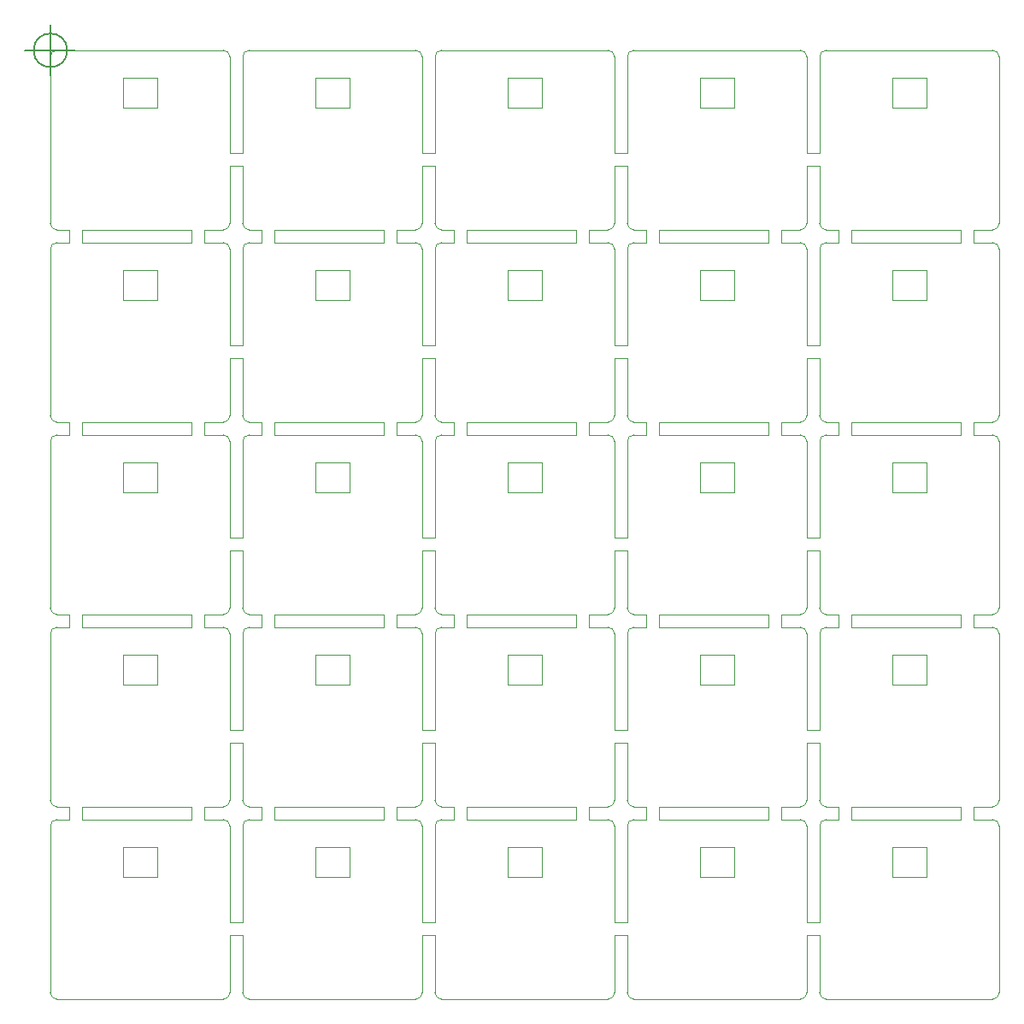
<source format=gm1>
G04 #@! TF.GenerationSoftware,KiCad,Pcbnew,5.1.5+dfsg1-2build2*
G04 #@! TF.CreationDate,2021-01-11T18:30:26+09:00*
G04 #@! TF.ProjectId,suxen,73757865-6e2e-46b6-9963-61645f706362,rev?*
G04 #@! TF.SameCoordinates,Original*
G04 #@! TF.FileFunction,Profile,NP*
%FSLAX46Y46*%
G04 Gerber Fmt 4.6, Leading zero omitted, Abs format (unit mm)*
G04 Created by KiCad (PCBNEW 5.1.5+dfsg1-2build2) date 2021-01-11 18:30:26*
%MOMM*%
%LPD*%
G04 APERTURE LIST*
%ADD10C,0.100000*%
%ADD11C,0.150000*%
%ADD12C,0.120000*%
G04 APERTURE END LIST*
D10*
X155702000Y-101727000D02*
X155702000Y-102997000D01*
X136652000Y-101727000D02*
X136652000Y-102997000D01*
X117602000Y-101727000D02*
X117602000Y-102997000D01*
X98552000Y-101727000D02*
X98552000Y-102997000D01*
X79502000Y-101727000D02*
X79502000Y-102997000D01*
X155702000Y-82677000D02*
X155702000Y-83947000D01*
X136652000Y-82677000D02*
X136652000Y-83947000D01*
X117602000Y-82677000D02*
X117602000Y-83947000D01*
X98552000Y-82677000D02*
X98552000Y-83947000D01*
X79502000Y-82677000D02*
X79502000Y-83947000D01*
X155702000Y-63627000D02*
X155702000Y-64897000D01*
X136652000Y-63627000D02*
X136652000Y-64897000D01*
X117602000Y-63627000D02*
X117602000Y-64897000D01*
X98552000Y-63627000D02*
X98552000Y-64897000D01*
X79502000Y-63627000D02*
X79502000Y-64897000D01*
X155702000Y-44577000D02*
X155702000Y-45847000D01*
X136652000Y-44577000D02*
X136652000Y-45847000D01*
X117602000Y-44577000D02*
X117602000Y-45847000D01*
X98552000Y-44577000D02*
X98552000Y-45847000D01*
X156972000Y-101727000D02*
X156972000Y-102997000D01*
X137922000Y-101727000D02*
X137922000Y-102997000D01*
X118872000Y-101727000D02*
X118872000Y-102997000D01*
X99822000Y-101727000D02*
X99822000Y-102997000D01*
X80772000Y-101727000D02*
X80772000Y-102997000D01*
X156972000Y-82677000D02*
X156972000Y-83947000D01*
X137922000Y-82677000D02*
X137922000Y-83947000D01*
X118872000Y-82677000D02*
X118872000Y-83947000D01*
X99822000Y-82677000D02*
X99822000Y-83947000D01*
X80772000Y-82677000D02*
X80772000Y-83947000D01*
X156972000Y-63627000D02*
X156972000Y-64897000D01*
X137922000Y-63627000D02*
X137922000Y-64897000D01*
X118872000Y-63627000D02*
X118872000Y-64897000D01*
X99822000Y-63627000D02*
X99822000Y-64897000D01*
X80772000Y-63627000D02*
X80772000Y-64897000D01*
X156972000Y-44577000D02*
X156972000Y-45847000D01*
X137922000Y-44577000D02*
X137922000Y-45847000D01*
X118872000Y-44577000D02*
X118872000Y-45847000D01*
X99822000Y-44577000D02*
X99822000Y-45847000D01*
X155702000Y-101727000D02*
X144907000Y-101727000D01*
X136652000Y-101727000D02*
X125857000Y-101727000D01*
X117602000Y-101727000D02*
X106807000Y-101727000D01*
X98552000Y-101727000D02*
X87757000Y-101727000D01*
X79502000Y-101727000D02*
X68707000Y-101727000D01*
X155702000Y-82677000D02*
X144907000Y-82677000D01*
X136652000Y-82677000D02*
X125857000Y-82677000D01*
X117602000Y-82677000D02*
X106807000Y-82677000D01*
X98552000Y-82677000D02*
X87757000Y-82677000D01*
X79502000Y-82677000D02*
X68707000Y-82677000D01*
X155702000Y-63627000D02*
X144907000Y-63627000D01*
X136652000Y-63627000D02*
X125857000Y-63627000D01*
X117602000Y-63627000D02*
X106807000Y-63627000D01*
X98552000Y-63627000D02*
X87757000Y-63627000D01*
X79502000Y-63627000D02*
X68707000Y-63627000D01*
X155702000Y-44577000D02*
X144907000Y-44577000D01*
X136652000Y-44577000D02*
X125857000Y-44577000D01*
X117602000Y-44577000D02*
X106807000Y-44577000D01*
X98552000Y-44577000D02*
X87757000Y-44577000D01*
X144907000Y-101727000D02*
X144907000Y-102997000D01*
X125857000Y-101727000D02*
X125857000Y-102997000D01*
X106807000Y-101727000D02*
X106807000Y-102997000D01*
X87757000Y-101727000D02*
X87757000Y-102997000D01*
X68707000Y-101727000D02*
X68707000Y-102997000D01*
X144907000Y-82677000D02*
X144907000Y-83947000D01*
X125857000Y-82677000D02*
X125857000Y-83947000D01*
X106807000Y-82677000D02*
X106807000Y-83947000D01*
X87757000Y-82677000D02*
X87757000Y-83947000D01*
X68707000Y-82677000D02*
X68707000Y-83947000D01*
X144907000Y-63627000D02*
X144907000Y-64897000D01*
X125857000Y-63627000D02*
X125857000Y-64897000D01*
X106807000Y-63627000D02*
X106807000Y-64897000D01*
X87757000Y-63627000D02*
X87757000Y-64897000D01*
X68707000Y-63627000D02*
X68707000Y-64897000D01*
X144907000Y-44577000D02*
X144907000Y-45847000D01*
X125857000Y-44577000D02*
X125857000Y-45847000D01*
X106807000Y-44577000D02*
X106807000Y-45847000D01*
X87757000Y-44577000D02*
X87757000Y-45847000D01*
X144907000Y-102997000D02*
X155702000Y-102997000D01*
X125857000Y-102997000D02*
X136652000Y-102997000D01*
X106807000Y-102997000D02*
X117602000Y-102997000D01*
X87757000Y-102997000D02*
X98552000Y-102997000D01*
X68707000Y-102997000D02*
X79502000Y-102997000D01*
X144907000Y-83947000D02*
X155702000Y-83947000D01*
X125857000Y-83947000D02*
X136652000Y-83947000D01*
X106807000Y-83947000D02*
X117602000Y-83947000D01*
X87757000Y-83947000D02*
X98552000Y-83947000D01*
X68707000Y-83947000D02*
X79502000Y-83947000D01*
X144907000Y-64897000D02*
X155702000Y-64897000D01*
X125857000Y-64897000D02*
X136652000Y-64897000D01*
X106807000Y-64897000D02*
X117602000Y-64897000D01*
X87757000Y-64897000D02*
X98552000Y-64897000D01*
X68707000Y-64897000D02*
X79502000Y-64897000D01*
X144907000Y-45847000D02*
X155702000Y-45847000D01*
X125857000Y-45847000D02*
X136652000Y-45847000D01*
X106807000Y-45847000D02*
X117602000Y-45847000D01*
X87757000Y-45847000D02*
X98552000Y-45847000D01*
X143637000Y-101727000D02*
X143637000Y-102997000D01*
X124587000Y-101727000D02*
X124587000Y-102997000D01*
X105537000Y-101727000D02*
X105537000Y-102997000D01*
X86487000Y-101727000D02*
X86487000Y-102997000D01*
X67437000Y-101727000D02*
X67437000Y-102997000D01*
X143637000Y-82677000D02*
X143637000Y-83947000D01*
X124587000Y-82677000D02*
X124587000Y-83947000D01*
X105537000Y-82677000D02*
X105537000Y-83947000D01*
X86487000Y-82677000D02*
X86487000Y-83947000D01*
X67437000Y-82677000D02*
X67437000Y-83947000D01*
X143637000Y-63627000D02*
X143637000Y-64897000D01*
X124587000Y-63627000D02*
X124587000Y-64897000D01*
X105537000Y-63627000D02*
X105537000Y-64897000D01*
X86487000Y-63627000D02*
X86487000Y-64897000D01*
X67437000Y-63627000D02*
X67437000Y-64897000D01*
X143637000Y-44577000D02*
X143637000Y-45847000D01*
X124587000Y-44577000D02*
X124587000Y-45847000D01*
X105537000Y-44577000D02*
X105537000Y-45847000D01*
X86487000Y-44577000D02*
X86487000Y-45847000D01*
X140462000Y-113157000D02*
X141732000Y-113157000D01*
X121412000Y-113157000D02*
X122682000Y-113157000D01*
X102362000Y-113157000D02*
X103632000Y-113157000D01*
X83312000Y-113157000D02*
X84582000Y-113157000D01*
X140462000Y-94107000D02*
X141732000Y-94107000D01*
X121412000Y-94107000D02*
X122682000Y-94107000D01*
X102362000Y-94107000D02*
X103632000Y-94107000D01*
X83312000Y-94107000D02*
X84582000Y-94107000D01*
X140462000Y-75057000D02*
X141732000Y-75057000D01*
X121412000Y-75057000D02*
X122682000Y-75057000D01*
X102362000Y-75057000D02*
X103632000Y-75057000D01*
X83312000Y-75057000D02*
X84582000Y-75057000D01*
X140462000Y-56007000D02*
X141732000Y-56007000D01*
X121412000Y-56007000D02*
X122682000Y-56007000D01*
X102362000Y-56007000D02*
X103632000Y-56007000D01*
X83312000Y-56007000D02*
X84582000Y-56007000D01*
X140462000Y-36957000D02*
X141732000Y-36957000D01*
X121412000Y-36957000D02*
X122682000Y-36957000D01*
X102362000Y-36957000D02*
X103632000Y-36957000D01*
X140462000Y-114427000D02*
X141732000Y-114427000D01*
X121412000Y-114427000D02*
X122682000Y-114427000D01*
X102362000Y-114427000D02*
X103632000Y-114427000D01*
X83312000Y-114427000D02*
X84582000Y-114427000D01*
X140462000Y-95377000D02*
X141732000Y-95377000D01*
X121412000Y-95377000D02*
X122682000Y-95377000D01*
X102362000Y-95377000D02*
X103632000Y-95377000D01*
X83312000Y-95377000D02*
X84582000Y-95377000D01*
X140462000Y-76327000D02*
X141732000Y-76327000D01*
X121412000Y-76327000D02*
X122682000Y-76327000D01*
X102362000Y-76327000D02*
X103632000Y-76327000D01*
X83312000Y-76327000D02*
X84582000Y-76327000D01*
X140462000Y-57277000D02*
X141732000Y-57277000D01*
X121412000Y-57277000D02*
X122682000Y-57277000D01*
X102362000Y-57277000D02*
X103632000Y-57277000D01*
X83312000Y-57277000D02*
X84582000Y-57277000D01*
X140462000Y-38227000D02*
X141732000Y-38227000D01*
X121412000Y-38227000D02*
X122682000Y-38227000D01*
X102362000Y-38227000D02*
X103632000Y-38227000D01*
X83312000Y-103632000D02*
X83312000Y-113157000D01*
X83312000Y-114427000D02*
X83312000Y-120142000D01*
X84582000Y-114427000D02*
X84582000Y-120142000D01*
X84582000Y-113157000D02*
X84582000Y-103632000D01*
X140462000Y-38227000D02*
X140462000Y-43942000D01*
X141732000Y-38227000D02*
X141732000Y-43942000D01*
X140462000Y-27432000D02*
X140462000Y-36957000D01*
X141732000Y-36957000D02*
X141732000Y-27432000D01*
X140462000Y-46482000D02*
X140462000Y-56007000D01*
X140462000Y-57277000D02*
X140462000Y-62992000D01*
X140462000Y-76327000D02*
X140462000Y-82042000D01*
X141732000Y-57277000D02*
X141732000Y-62992000D01*
X141732000Y-76327000D02*
X141732000Y-82042000D01*
X140462000Y-65532000D02*
X140462000Y-75057000D01*
X141732000Y-56007000D02*
X141732000Y-46482000D01*
X141732000Y-75057000D02*
X141732000Y-65532000D01*
X140462000Y-84582000D02*
X140462000Y-94107000D01*
X140462000Y-95377000D02*
X140462000Y-101092000D01*
X140462000Y-114427000D02*
X140462000Y-120142000D01*
X141732000Y-95377000D02*
X141732000Y-101092000D01*
X141732000Y-114427000D02*
X141732000Y-120142000D01*
X140462000Y-103632000D02*
X140462000Y-113157000D01*
X141732000Y-94107000D02*
X141732000Y-84582000D01*
X141732000Y-113157000D02*
X141732000Y-103632000D01*
X121412000Y-103632000D02*
X121412000Y-113157000D01*
X121412000Y-114427000D02*
X121412000Y-120142000D01*
X122682000Y-114427000D02*
X122682000Y-120142000D01*
X122682000Y-113157000D02*
X122682000Y-103632000D01*
X121412000Y-65532000D02*
X121412000Y-75057000D01*
X121412000Y-76327000D02*
X121412000Y-82042000D01*
X121412000Y-95377000D02*
X121412000Y-101092000D01*
X122682000Y-76327000D02*
X122682000Y-82042000D01*
X122682000Y-95377000D02*
X122682000Y-101092000D01*
X121412000Y-84582000D02*
X121412000Y-94107000D01*
X122682000Y-75057000D02*
X122682000Y-65532000D01*
X122682000Y-94107000D02*
X122682000Y-84582000D01*
X121412000Y-27432000D02*
X121412000Y-36957000D01*
X121412000Y-38227000D02*
X121412000Y-43942000D01*
X121412000Y-57277000D02*
X121412000Y-62992000D01*
X122682000Y-38227000D02*
X122682000Y-43942000D01*
X122682000Y-57277000D02*
X122682000Y-62992000D01*
X121412000Y-46482000D02*
X121412000Y-56007000D01*
X122682000Y-36957000D02*
X122682000Y-27432000D01*
X122682000Y-56007000D02*
X122682000Y-46482000D01*
X102362000Y-84582000D02*
X102362000Y-94107000D01*
X102362000Y-95377000D02*
X102362000Y-101092000D01*
X102362000Y-114427000D02*
X102362000Y-120142000D01*
X103632000Y-95377000D02*
X103632000Y-101092000D01*
X103632000Y-114427000D02*
X103632000Y-120142000D01*
X102362000Y-103632000D02*
X102362000Y-113157000D01*
X103632000Y-94107000D02*
X103632000Y-84582000D01*
X103632000Y-113157000D02*
X103632000Y-103632000D01*
X102362000Y-46482000D02*
X102362000Y-56007000D01*
X102362000Y-57277000D02*
X102362000Y-62992000D01*
X102362000Y-76327000D02*
X102362000Y-82042000D01*
X103632000Y-57277000D02*
X103632000Y-62992000D01*
X103632000Y-76327000D02*
X103632000Y-82042000D01*
X102362000Y-65532000D02*
X102362000Y-75057000D01*
X103632000Y-56007000D02*
X103632000Y-46482000D01*
X103632000Y-75057000D02*
X103632000Y-65532000D01*
X102362000Y-38227000D02*
X102362000Y-43942000D01*
X103632000Y-38227000D02*
X103632000Y-43942000D01*
X102362000Y-27432000D02*
X102362000Y-36957000D01*
X103632000Y-36957000D02*
X103632000Y-27432000D01*
X83312000Y-65532000D02*
X83312000Y-75057000D01*
X83312000Y-76327000D02*
X83312000Y-82042000D01*
X83312000Y-95377000D02*
X83312000Y-101092000D01*
X84582000Y-76327000D02*
X84582000Y-82042000D01*
X84582000Y-95377000D02*
X84582000Y-101092000D01*
X83312000Y-84582000D02*
X83312000Y-94107000D01*
X84582000Y-75057000D02*
X84582000Y-65532000D01*
X84582000Y-94107000D02*
X84582000Y-84582000D01*
X124587000Y-101727000D02*
X123317000Y-101727000D01*
X86487000Y-101727000D02*
X85217000Y-101727000D01*
X139827000Y-101727000D02*
X137922000Y-101727000D01*
X137922000Y-102997000D02*
X139827000Y-102997000D01*
X105537000Y-101727000D02*
X104267000Y-101727000D01*
X101727000Y-101727000D02*
X99822000Y-101727000D01*
X120777000Y-101727000D02*
X118872000Y-101727000D01*
X124587000Y-102997000D02*
X123317000Y-102997000D01*
X118872000Y-102997000D02*
X120777000Y-102997000D01*
X143637000Y-102997000D02*
X142367000Y-102997000D01*
X105537000Y-102997000D02*
X104267000Y-102997000D01*
X143637000Y-101727000D02*
X142367000Y-101727000D01*
X156972000Y-102997000D02*
X158877000Y-102997000D01*
X158877000Y-101727000D02*
X156972000Y-101727000D01*
X86487000Y-102997000D02*
X85217000Y-102997000D01*
X82677000Y-101727000D02*
X80772000Y-101727000D01*
X67437000Y-101727000D02*
X66167000Y-101727000D01*
X80772000Y-102997000D02*
X82677000Y-102997000D01*
X67437000Y-102997000D02*
X66167000Y-102997000D01*
X99822000Y-102997000D02*
X101727000Y-102997000D01*
X124587000Y-82677000D02*
X123317000Y-82677000D01*
X86487000Y-82677000D02*
X85217000Y-82677000D01*
X139827000Y-82677000D02*
X137922000Y-82677000D01*
X137922000Y-83947000D02*
X139827000Y-83947000D01*
X105537000Y-82677000D02*
X104267000Y-82677000D01*
X101727000Y-82677000D02*
X99822000Y-82677000D01*
X120777000Y-82677000D02*
X118872000Y-82677000D01*
X124587000Y-83947000D02*
X123317000Y-83947000D01*
X118872000Y-83947000D02*
X120777000Y-83947000D01*
X143637000Y-83947000D02*
X142367000Y-83947000D01*
X105537000Y-83947000D02*
X104267000Y-83947000D01*
X143637000Y-82677000D02*
X142367000Y-82677000D01*
X156972000Y-83947000D02*
X158877000Y-83947000D01*
X158877000Y-82677000D02*
X156972000Y-82677000D01*
X86487000Y-83947000D02*
X85217000Y-83947000D01*
X82677000Y-82677000D02*
X80772000Y-82677000D01*
X67437000Y-82677000D02*
X66167000Y-82677000D01*
X80772000Y-83947000D02*
X82677000Y-83947000D01*
X67437000Y-83947000D02*
X66167000Y-83947000D01*
X99822000Y-83947000D02*
X101727000Y-83947000D01*
X141732000Y-84582000D02*
G75*
G02X142367000Y-83947000I635000J0D01*
G01*
X122682000Y-84582000D02*
G75*
G02X123317000Y-83947000I635000J0D01*
G01*
X103632000Y-84582000D02*
G75*
G02X104267000Y-83947000I635000J0D01*
G01*
X84582000Y-84582000D02*
G75*
G02X85217000Y-83947000I635000J0D01*
G01*
X65532000Y-84582000D02*
G75*
G02X66167000Y-83947000I635000J0D01*
G01*
X142367000Y-82677000D02*
G75*
G02X141732000Y-82042000I0J635000D01*
G01*
X123317000Y-82677000D02*
G75*
G02X122682000Y-82042000I0J635000D01*
G01*
X104267000Y-82677000D02*
G75*
G02X103632000Y-82042000I0J635000D01*
G01*
X85217000Y-82677000D02*
G75*
G02X84582000Y-82042000I0J635000D01*
G01*
X66167000Y-82677000D02*
G75*
G02X65532000Y-82042000I0J635000D01*
G01*
X158877000Y-83947000D02*
G75*
G02X159512000Y-84582000I0J-635000D01*
G01*
X139827000Y-83947000D02*
G75*
G02X140462000Y-84582000I0J-635000D01*
G01*
X120777000Y-83947000D02*
G75*
G02X121412000Y-84582000I0J-635000D01*
G01*
X101727000Y-83947000D02*
G75*
G02X102362000Y-84582000I0J-635000D01*
G01*
X82677000Y-83947000D02*
G75*
G02X83312000Y-84582000I0J-635000D01*
G01*
X159512000Y-82042000D02*
G75*
G02X158877000Y-82677000I-635000J0D01*
G01*
X140462000Y-82042000D02*
G75*
G02X139827000Y-82677000I-635000J0D01*
G01*
X121412000Y-82042000D02*
G75*
G02X120777000Y-82677000I-635000J0D01*
G01*
X102362000Y-82042000D02*
G75*
G02X101727000Y-82677000I-635000J0D01*
G01*
X83312000Y-82042000D02*
G75*
G02X82677000Y-82677000I-635000J0D01*
G01*
X124587000Y-63627000D02*
X123317000Y-63627000D01*
X86487000Y-63627000D02*
X85217000Y-63627000D01*
X139827000Y-63627000D02*
X137922000Y-63627000D01*
X137922000Y-64897000D02*
X139827000Y-64897000D01*
X105537000Y-63627000D02*
X104267000Y-63627000D01*
X101727000Y-63627000D02*
X99822000Y-63627000D01*
X120777000Y-63627000D02*
X118872000Y-63627000D01*
X124587000Y-64897000D02*
X123317000Y-64897000D01*
X118872000Y-64897000D02*
X120777000Y-64897000D01*
X143637000Y-64897000D02*
X142367000Y-64897000D01*
X105537000Y-64897000D02*
X104267000Y-64897000D01*
X143637000Y-63627000D02*
X142367000Y-63627000D01*
X156972000Y-64897000D02*
X158877000Y-64897000D01*
X158877000Y-63627000D02*
X156972000Y-63627000D01*
X86487000Y-64897000D02*
X85217000Y-64897000D01*
X82677000Y-63627000D02*
X80772000Y-63627000D01*
X67437000Y-63627000D02*
X66167000Y-63627000D01*
X80772000Y-64897000D02*
X82677000Y-64897000D01*
X67437000Y-64897000D02*
X66167000Y-64897000D01*
X99822000Y-64897000D02*
X101727000Y-64897000D01*
X158877000Y-44577000D02*
X156972000Y-44577000D01*
X143637000Y-44577000D02*
X142367000Y-44577000D01*
X156972000Y-45847000D02*
X158877000Y-45847000D01*
X143637000Y-45847000D02*
X142367000Y-45847000D01*
X139827000Y-44577000D02*
X137922000Y-44577000D01*
X124587000Y-44577000D02*
X123317000Y-44577000D01*
X137922000Y-45847000D02*
X139827000Y-45847000D01*
X124587000Y-45847000D02*
X123317000Y-45847000D01*
X120777000Y-44577000D02*
X118872000Y-44577000D01*
X105537000Y-44577000D02*
X104267000Y-44577000D01*
X118872000Y-45847000D02*
X120777000Y-45847000D01*
X105537000Y-45847000D02*
X104267000Y-45847000D01*
X101727000Y-44577000D02*
X99822000Y-44577000D01*
X86487000Y-44577000D02*
X85217000Y-44577000D01*
X99822000Y-45847000D02*
X101727000Y-45847000D01*
X86487000Y-45847000D02*
X85217000Y-45847000D01*
X67437000Y-44577000D02*
X67437000Y-45847000D01*
X68707000Y-45847000D02*
X79502000Y-45847000D01*
X68707000Y-44577000D02*
X68707000Y-45847000D01*
X79502000Y-44577000D02*
X68707000Y-44577000D01*
X80772000Y-44577000D02*
X80772000Y-45847000D01*
X79502000Y-44577000D02*
X79502000Y-45847000D01*
X83312000Y-38227000D02*
X84582000Y-38227000D01*
X83312000Y-36957000D02*
X84582000Y-36957000D01*
X158877000Y-120777000D02*
X142367000Y-120777000D01*
X139827000Y-120777000D02*
X123317000Y-120777000D01*
X120777000Y-120777000D02*
X104267000Y-120777000D01*
X101727000Y-120777000D02*
X85217000Y-120777000D01*
X82677000Y-120777000D02*
X66167000Y-120777000D01*
X65532000Y-120142000D02*
X65532000Y-103632000D01*
X65532000Y-101092000D02*
X65532000Y-84582000D01*
X65532000Y-82042000D02*
X65532000Y-65532000D01*
X84582000Y-56007000D02*
X84582000Y-46482000D01*
X65532000Y-62992000D02*
X65532000Y-46482000D01*
X84582000Y-36957000D02*
X84582000Y-27432000D01*
X141732000Y-103632000D02*
G75*
G02X142367000Y-102997000I635000J0D01*
G01*
X122682000Y-103632000D02*
G75*
G02X123317000Y-102997000I635000J0D01*
G01*
X103632000Y-103632000D02*
G75*
G02X104267000Y-102997000I635000J0D01*
G01*
X84582000Y-103632000D02*
G75*
G02X85217000Y-102997000I635000J0D01*
G01*
X65532000Y-103632000D02*
G75*
G02X66167000Y-102997000I635000J0D01*
G01*
X141732000Y-65532000D02*
G75*
G02X142367000Y-64897000I635000J0D01*
G01*
X122682000Y-65532000D02*
G75*
G02X123317000Y-64897000I635000J0D01*
G01*
X103632000Y-65532000D02*
G75*
G02X104267000Y-64897000I635000J0D01*
G01*
X84582000Y-65532000D02*
G75*
G02X85217000Y-64897000I635000J0D01*
G01*
X65532000Y-65532000D02*
G75*
G02X66167000Y-64897000I635000J0D01*
G01*
X141732000Y-46482000D02*
G75*
G02X142367000Y-45847000I635000J0D01*
G01*
X122682000Y-46482000D02*
G75*
G02X123317000Y-45847000I635000J0D01*
G01*
X103632000Y-46482000D02*
G75*
G02X104267000Y-45847000I635000J0D01*
G01*
X84582000Y-46482000D02*
G75*
G02X85217000Y-45847000I635000J0D01*
G01*
X65532000Y-46482000D02*
G75*
G02X66167000Y-45847000I635000J0D01*
G01*
X141732000Y-27432000D02*
G75*
G02X142367000Y-26797000I635000J0D01*
G01*
X122682000Y-27432000D02*
G75*
G02X123317000Y-26797000I635000J0D01*
G01*
X103632000Y-27432000D02*
G75*
G02X104267000Y-26797000I635000J0D01*
G01*
X84582000Y-27432000D02*
G75*
G02X85217000Y-26797000I635000J0D01*
G01*
X142367000Y-120777000D02*
G75*
G02X141732000Y-120142000I0J635000D01*
G01*
X123317000Y-120777000D02*
G75*
G02X122682000Y-120142000I0J635000D01*
G01*
X104267000Y-120777000D02*
G75*
G02X103632000Y-120142000I0J635000D01*
G01*
X85217000Y-120777000D02*
G75*
G02X84582000Y-120142000I0J635000D01*
G01*
X66167000Y-120777000D02*
G75*
G02X65532000Y-120142000I0J635000D01*
G01*
X142367000Y-101727000D02*
G75*
G02X141732000Y-101092000I0J635000D01*
G01*
X123317000Y-101727000D02*
G75*
G02X122682000Y-101092000I0J635000D01*
G01*
X104267000Y-101727000D02*
G75*
G02X103632000Y-101092000I0J635000D01*
G01*
X85217000Y-101727000D02*
G75*
G02X84582000Y-101092000I0J635000D01*
G01*
X66167000Y-101727000D02*
G75*
G02X65532000Y-101092000I0J635000D01*
G01*
X142367000Y-63627000D02*
G75*
G02X141732000Y-62992000I0J635000D01*
G01*
X123317000Y-63627000D02*
G75*
G02X122682000Y-62992000I0J635000D01*
G01*
X104267000Y-63627000D02*
G75*
G02X103632000Y-62992000I0J635000D01*
G01*
X85217000Y-63627000D02*
G75*
G02X84582000Y-62992000I0J635000D01*
G01*
X66167000Y-63627000D02*
G75*
G02X65532000Y-62992000I0J635000D01*
G01*
X142367000Y-44577000D02*
G75*
G02X141732000Y-43942000I0J635000D01*
G01*
X123317000Y-44577000D02*
G75*
G02X122682000Y-43942000I0J635000D01*
G01*
X104267000Y-44577000D02*
G75*
G02X103632000Y-43942000I0J635000D01*
G01*
X85217000Y-44577000D02*
G75*
G02X84582000Y-43942000I0J635000D01*
G01*
X159512000Y-103632000D02*
X159512000Y-120142000D01*
X159512000Y-84582000D02*
X159512000Y-101092000D01*
X159512000Y-65532000D02*
X159512000Y-82042000D01*
X159512000Y-46482000D02*
X159512000Y-62992000D01*
X83312000Y-46482000D02*
X83312000Y-56007000D01*
X159512000Y-27432000D02*
X159512000Y-43942000D01*
X67437000Y-45847000D02*
X66167000Y-45847000D01*
X84582000Y-57277000D02*
X84582000Y-62992000D01*
X84582000Y-38227000D02*
X84582000Y-43942000D01*
X83312000Y-57277000D02*
X83312000Y-62992000D01*
X158877000Y-102997000D02*
G75*
G02X159512000Y-103632000I0J-635000D01*
G01*
X139827000Y-102997000D02*
G75*
G02X140462000Y-103632000I0J-635000D01*
G01*
X120777000Y-102997000D02*
G75*
G02X121412000Y-103632000I0J-635000D01*
G01*
X101727000Y-102997000D02*
G75*
G02X102362000Y-103632000I0J-635000D01*
G01*
X82677000Y-102997000D02*
G75*
G02X83312000Y-103632000I0J-635000D01*
G01*
X158877000Y-64897000D02*
G75*
G02X159512000Y-65532000I0J-635000D01*
G01*
X139827000Y-64897000D02*
G75*
G02X140462000Y-65532000I0J-635000D01*
G01*
X120777000Y-64897000D02*
G75*
G02X121412000Y-65532000I0J-635000D01*
G01*
X101727000Y-64897000D02*
G75*
G02X102362000Y-65532000I0J-635000D01*
G01*
X82677000Y-64897000D02*
G75*
G02X83312000Y-65532000I0J-635000D01*
G01*
X158877000Y-45847000D02*
G75*
G02X159512000Y-46482000I0J-635000D01*
G01*
X139827000Y-45847000D02*
G75*
G02X140462000Y-46482000I0J-635000D01*
G01*
X120777000Y-45847000D02*
G75*
G02X121412000Y-46482000I0J-635000D01*
G01*
X101727000Y-45847000D02*
G75*
G02X102362000Y-46482000I0J-635000D01*
G01*
X82677000Y-45847000D02*
G75*
G02X83312000Y-46482000I0J-635000D01*
G01*
X158877000Y-26797000D02*
G75*
G02X159512000Y-27432000I0J-635000D01*
G01*
X139827000Y-26797000D02*
G75*
G02X140462000Y-27432000I0J-635000D01*
G01*
X120777000Y-26797000D02*
G75*
G02X121412000Y-27432000I0J-635000D01*
G01*
X101727000Y-26797000D02*
G75*
G02X102362000Y-27432000I0J-635000D01*
G01*
X159512000Y-120142000D02*
G75*
G02X158877000Y-120777000I-635000J0D01*
G01*
X140462000Y-120142000D02*
G75*
G02X139827000Y-120777000I-635000J0D01*
G01*
X121412000Y-120142000D02*
G75*
G02X120777000Y-120777000I-635000J0D01*
G01*
X102362000Y-120142000D02*
G75*
G02X101727000Y-120777000I-635000J0D01*
G01*
X83312000Y-120142000D02*
G75*
G02X82677000Y-120777000I-635000J0D01*
G01*
X159512000Y-101092000D02*
G75*
G02X158877000Y-101727000I-635000J0D01*
G01*
X140462000Y-101092000D02*
G75*
G02X139827000Y-101727000I-635000J0D01*
G01*
X121412000Y-101092000D02*
G75*
G02X120777000Y-101727000I-635000J0D01*
G01*
X102362000Y-101092000D02*
G75*
G02X101727000Y-101727000I-635000J0D01*
G01*
X83312000Y-101092000D02*
G75*
G02X82677000Y-101727000I-635000J0D01*
G01*
X159512000Y-62992000D02*
G75*
G02X158877000Y-63627000I-635000J0D01*
G01*
X140462000Y-62992000D02*
G75*
G02X139827000Y-63627000I-635000J0D01*
G01*
X121412000Y-62992000D02*
G75*
G02X120777000Y-63627000I-635000J0D01*
G01*
X102362000Y-62992000D02*
G75*
G02X101727000Y-63627000I-635000J0D01*
G01*
X83312000Y-62992000D02*
G75*
G02X82677000Y-63627000I-635000J0D01*
G01*
X159512000Y-43942000D02*
G75*
G02X158877000Y-44577000I-635000J0D01*
G01*
X140462000Y-43942000D02*
G75*
G02X139827000Y-44577000I-635000J0D01*
G01*
X121412000Y-43942000D02*
G75*
G02X120777000Y-44577000I-635000J0D01*
G01*
X102362000Y-43942000D02*
G75*
G02X101727000Y-44577000I-635000J0D01*
G01*
X80772000Y-45847000D02*
X82677000Y-45847000D01*
X142367000Y-26797000D02*
X158877000Y-26797000D01*
X123317000Y-26797000D02*
X139827000Y-26797000D01*
X104267000Y-26797000D02*
X120777000Y-26797000D01*
X85217000Y-26797000D02*
X101727000Y-26797000D01*
X67437000Y-44577000D02*
X66167000Y-44577000D01*
X65532000Y-43942000D02*
X65532000Y-27432000D01*
X65532000Y-27432000D02*
G75*
G02X66167000Y-26797000I635000J0D01*
G01*
X66167000Y-44577000D02*
G75*
G02X65532000Y-43942000I0J635000D01*
G01*
X82677000Y-44577000D02*
X80772000Y-44577000D01*
X66167000Y-26797000D02*
X82677000Y-26797000D01*
X83312000Y-43942000D02*
G75*
G02X82677000Y-44577000I-635000J0D01*
G01*
X82677000Y-26797000D02*
G75*
G02X83312000Y-27432000I0J-635000D01*
G01*
X83312000Y-38227000D02*
X83312000Y-43942000D01*
X83312000Y-27432000D02*
X83312000Y-36957000D01*
D11*
X67198666Y-26797000D02*
G75*
G03X67198666Y-26797000I-1666666J0D01*
G01*
X63032000Y-26797000D02*
X68032000Y-26797000D01*
X65532000Y-24297000D02*
X65532000Y-29297000D01*
D12*
X152322000Y-105702000D02*
X152322000Y-108702000D01*
X152322000Y-108702000D02*
X148922000Y-108702000D01*
X148922000Y-108702000D02*
X148922000Y-105702000D01*
X148922000Y-105702000D02*
X152322000Y-105702000D01*
X133272000Y-105702000D02*
X133272000Y-108702000D01*
X133272000Y-108702000D02*
X129872000Y-108702000D01*
X129872000Y-108702000D02*
X129872000Y-105702000D01*
X129872000Y-105702000D02*
X133272000Y-105702000D01*
X114222000Y-105702000D02*
X114222000Y-108702000D01*
X114222000Y-108702000D02*
X110822000Y-108702000D01*
X110822000Y-108702000D02*
X110822000Y-105702000D01*
X110822000Y-105702000D02*
X114222000Y-105702000D01*
X95172000Y-105702000D02*
X95172000Y-108702000D01*
X95172000Y-108702000D02*
X91772000Y-108702000D01*
X91772000Y-108702000D02*
X91772000Y-105702000D01*
X91772000Y-105702000D02*
X95172000Y-105702000D01*
X76122000Y-105702000D02*
X76122000Y-108702000D01*
X76122000Y-108702000D02*
X72722000Y-108702000D01*
X72722000Y-108702000D02*
X72722000Y-105702000D01*
X72722000Y-105702000D02*
X76122000Y-105702000D01*
X152322000Y-86652000D02*
X152322000Y-89652000D01*
X152322000Y-89652000D02*
X148922000Y-89652000D01*
X148922000Y-89652000D02*
X148922000Y-86652000D01*
X148922000Y-86652000D02*
X152322000Y-86652000D01*
X133272000Y-86652000D02*
X133272000Y-89652000D01*
X133272000Y-89652000D02*
X129872000Y-89652000D01*
X129872000Y-89652000D02*
X129872000Y-86652000D01*
X129872000Y-86652000D02*
X133272000Y-86652000D01*
X114222000Y-86652000D02*
X114222000Y-89652000D01*
X114222000Y-89652000D02*
X110822000Y-89652000D01*
X110822000Y-89652000D02*
X110822000Y-86652000D01*
X110822000Y-86652000D02*
X114222000Y-86652000D01*
X95172000Y-86652000D02*
X95172000Y-89652000D01*
X95172000Y-89652000D02*
X91772000Y-89652000D01*
X91772000Y-89652000D02*
X91772000Y-86652000D01*
X91772000Y-86652000D02*
X95172000Y-86652000D01*
X76122000Y-86652000D02*
X76122000Y-89652000D01*
X76122000Y-89652000D02*
X72722000Y-89652000D01*
X72722000Y-89652000D02*
X72722000Y-86652000D01*
X72722000Y-86652000D02*
X76122000Y-86652000D01*
X152322000Y-67602000D02*
X152322000Y-70602000D01*
X152322000Y-70602000D02*
X148922000Y-70602000D01*
X148922000Y-70602000D02*
X148922000Y-67602000D01*
X148922000Y-67602000D02*
X152322000Y-67602000D01*
X133272000Y-67602000D02*
X133272000Y-70602000D01*
X133272000Y-70602000D02*
X129872000Y-70602000D01*
X129872000Y-70602000D02*
X129872000Y-67602000D01*
X129872000Y-67602000D02*
X133272000Y-67602000D01*
X114222000Y-67602000D02*
X114222000Y-70602000D01*
X114222000Y-70602000D02*
X110822000Y-70602000D01*
X110822000Y-70602000D02*
X110822000Y-67602000D01*
X110822000Y-67602000D02*
X114222000Y-67602000D01*
X95172000Y-67602000D02*
X95172000Y-70602000D01*
X95172000Y-70602000D02*
X91772000Y-70602000D01*
X91772000Y-70602000D02*
X91772000Y-67602000D01*
X91772000Y-67602000D02*
X95172000Y-67602000D01*
X76122000Y-67602000D02*
X76122000Y-70602000D01*
X76122000Y-70602000D02*
X72722000Y-70602000D01*
X72722000Y-70602000D02*
X72722000Y-67602000D01*
X72722000Y-67602000D02*
X76122000Y-67602000D01*
X152322000Y-48552000D02*
X152322000Y-51552000D01*
X152322000Y-51552000D02*
X148922000Y-51552000D01*
X148922000Y-51552000D02*
X148922000Y-48552000D01*
X148922000Y-48552000D02*
X152322000Y-48552000D01*
X133272000Y-48552000D02*
X133272000Y-51552000D01*
X133272000Y-51552000D02*
X129872000Y-51552000D01*
X129872000Y-51552000D02*
X129872000Y-48552000D01*
X129872000Y-48552000D02*
X133272000Y-48552000D01*
X114222000Y-48552000D02*
X114222000Y-51552000D01*
X114222000Y-51552000D02*
X110822000Y-51552000D01*
X110822000Y-51552000D02*
X110822000Y-48552000D01*
X110822000Y-48552000D02*
X114222000Y-48552000D01*
X95172000Y-48552000D02*
X95172000Y-51552000D01*
X95172000Y-51552000D02*
X91772000Y-51552000D01*
X91772000Y-51552000D02*
X91772000Y-48552000D01*
X91772000Y-48552000D02*
X95172000Y-48552000D01*
X76122000Y-48552000D02*
X76122000Y-51552000D01*
X76122000Y-51552000D02*
X72722000Y-51552000D01*
X72722000Y-51552000D02*
X72722000Y-48552000D01*
X72722000Y-48552000D02*
X76122000Y-48552000D01*
X152322000Y-29502000D02*
X152322000Y-32502000D01*
X152322000Y-32502000D02*
X148922000Y-32502000D01*
X148922000Y-32502000D02*
X148922000Y-29502000D01*
X148922000Y-29502000D02*
X152322000Y-29502000D01*
X133272000Y-29502000D02*
X133272000Y-32502000D01*
X133272000Y-32502000D02*
X129872000Y-32502000D01*
X129872000Y-32502000D02*
X129872000Y-29502000D01*
X129872000Y-29502000D02*
X133272000Y-29502000D01*
X114222000Y-29502000D02*
X114222000Y-32502000D01*
X114222000Y-32502000D02*
X110822000Y-32502000D01*
X110822000Y-32502000D02*
X110822000Y-29502000D01*
X110822000Y-29502000D02*
X114222000Y-29502000D01*
X95172000Y-29502000D02*
X95172000Y-32502000D01*
X95172000Y-32502000D02*
X91772000Y-32502000D01*
X91772000Y-32502000D02*
X91772000Y-29502000D01*
X91772000Y-29502000D02*
X95172000Y-29502000D01*
X76122000Y-29502000D02*
X76122000Y-32502000D01*
X76122000Y-32502000D02*
X72722000Y-32502000D01*
X72722000Y-32502000D02*
X72722000Y-29502000D01*
X72722000Y-29502000D02*
X76122000Y-29502000D01*
M02*

</source>
